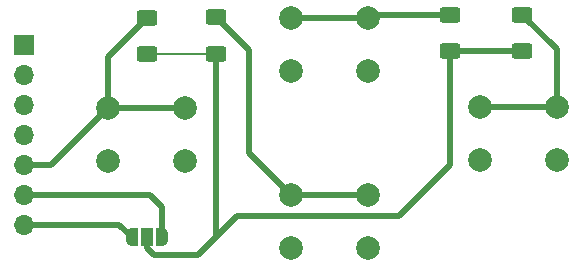
<source format=gbr>
%TF.GenerationSoftware,KiCad,Pcbnew,8.0.3*%
%TF.CreationDate,2024-06-12T19:29:14-06:00*%
%TF.ProjectId,CutMachine_PCB,4375744d-6163-4686-996e-655f5043422e,rev?*%
%TF.SameCoordinates,Original*%
%TF.FileFunction,Copper,L1,Top*%
%TF.FilePolarity,Positive*%
%FSLAX46Y46*%
G04 Gerber Fmt 4.6, Leading zero omitted, Abs format (unit mm)*
G04 Created by KiCad (PCBNEW 8.0.3) date 2024-06-12 19:29:14*
%MOMM*%
%LPD*%
G01*
G04 APERTURE LIST*
G04 Aperture macros list*
%AMRoundRect*
0 Rectangle with rounded corners*
0 $1 Rounding radius*
0 $2 $3 $4 $5 $6 $7 $8 $9 X,Y pos of 4 corners*
0 Add a 4 corners polygon primitive as box body*
4,1,4,$2,$3,$4,$5,$6,$7,$8,$9,$2,$3,0*
0 Add four circle primitives for the rounded corners*
1,1,$1+$1,$2,$3*
1,1,$1+$1,$4,$5*
1,1,$1+$1,$6,$7*
1,1,$1+$1,$8,$9*
0 Add four rect primitives between the rounded corners*
20,1,$1+$1,$2,$3,$4,$5,0*
20,1,$1+$1,$4,$5,$6,$7,0*
20,1,$1+$1,$6,$7,$8,$9,0*
20,1,$1+$1,$8,$9,$2,$3,0*%
%AMFreePoly0*
4,1,19,0.550000,-0.750000,0.000000,-0.750000,0.000000,-0.744911,-0.071157,-0.744911,-0.207708,-0.704816,-0.327430,-0.627875,-0.420627,-0.520320,-0.479746,-0.390866,-0.500000,-0.250000,-0.500000,0.250000,-0.479746,0.390866,-0.420627,0.520320,-0.327430,0.627875,-0.207708,0.704816,-0.071157,0.744911,0.000000,0.744911,0.000000,0.750000,0.550000,0.750000,0.550000,-0.750000,0.550000,-0.750000,
$1*%
%AMFreePoly1*
4,1,19,0.000000,0.744911,0.071157,0.744911,0.207708,0.704816,0.327430,0.627875,0.420627,0.520320,0.479746,0.390866,0.500000,0.250000,0.500000,-0.250000,0.479746,-0.390866,0.420627,-0.520320,0.327430,-0.627875,0.207708,-0.704816,0.071157,-0.744911,0.000000,-0.744911,0.000000,-0.750000,-0.550000,-0.750000,-0.550000,0.750000,0.000000,0.750000,0.000000,0.744911,0.000000,0.744911,
$1*%
G04 Aperture macros list end*
%TA.AperFunction,ComponentPad*%
%ADD10C,2.000000*%
%TD*%
%TA.AperFunction,SMDPad,CuDef*%
%ADD11RoundRect,0.250000X-0.625000X0.400000X-0.625000X-0.400000X0.625000X-0.400000X0.625000X0.400000X0*%
%TD*%
%TA.AperFunction,SMDPad,CuDef*%
%ADD12FreePoly0,0.000000*%
%TD*%
%TA.AperFunction,SMDPad,CuDef*%
%ADD13R,1.000000X1.500000*%
%TD*%
%TA.AperFunction,SMDPad,CuDef*%
%ADD14FreePoly1,0.000000*%
%TD*%
%TA.AperFunction,ComponentPad*%
%ADD15R,1.700000X1.700000*%
%TD*%
%TA.AperFunction,ComponentPad*%
%ADD16O,1.700000X1.700000*%
%TD*%
%TA.AperFunction,Conductor*%
%ADD17C,0.500000*%
%TD*%
%TA.AperFunction,Conductor*%
%ADD18C,0.200000*%
%TD*%
G04 APERTURE END LIST*
D10*
%TO.P,BACK,1,1*%
%TO.N,Net-(J2-Pin_5)*%
X86106000Y-96774000D03*
X92606000Y-96774000D03*
%TO.P,BACK,2,2*%
%TO.N,GND*%
X86106000Y-101274000D03*
X92606000Y-101274000D03*
%TD*%
%TO.P,SW3,1,1*%
%TO.N,Net-(J2-Pin_4)*%
X101600000Y-104140000D03*
X108100000Y-104140000D03*
%TO.P,SW3,2,2*%
%TO.N,GND*%
X101600000Y-108640000D03*
X108100000Y-108640000D03*
%TD*%
%TO.P,UP,1,1*%
%TO.N,Net-(J2-Pin_3)*%
X101600000Y-89154000D03*
X108100000Y-89154000D03*
%TO.P,UP,2,2*%
%TO.N,GND*%
X101600000Y-93654000D03*
X108100000Y-93654000D03*
%TD*%
%TO.P,SELECT,1,1*%
%TO.N,Net-(J2-Pin_2)*%
X117602000Y-96702000D03*
X124102000Y-96702000D03*
%TO.P,SELECT,2,2*%
%TO.N,GND*%
X117602000Y-101202000D03*
X124102000Y-101202000D03*
%TD*%
D11*
%TO.P,R4,1*%
%TO.N,Net-(J2-Pin_5)*%
X89408000Y-89154000D03*
%TO.P,R4,2*%
%TO.N,Net-(JP1-C)*%
X89408000Y-92254000D03*
%TD*%
%TO.P,R3,1*%
%TO.N,Net-(J2-Pin_4)*%
X95250000Y-89102000D03*
%TO.P,R3,2*%
%TO.N,Net-(JP1-C)*%
X95250000Y-92202000D03*
%TD*%
%TO.P,R2,1*%
%TO.N,Net-(J2-Pin_3)*%
X115062000Y-88900000D03*
%TO.P,R2,2*%
%TO.N,Net-(JP1-C)*%
X115062000Y-92000000D03*
%TD*%
%TO.P,R1,1*%
%TO.N,Net-(J2-Pin_2)*%
X121158000Y-88900000D03*
%TO.P,R1,2*%
%TO.N,Net-(JP1-C)*%
X121158000Y-92000000D03*
%TD*%
D12*
%TO.P,PULLUP VOLTAGE,1,A*%
%TO.N,+5V*%
X88108000Y-107696000D03*
D13*
%TO.P,PULLUP VOLTAGE,2,C*%
%TO.N,Net-(JP1-C)*%
X89408000Y-107696000D03*
D14*
%TO.P,PULLUP VOLTAGE,3,B*%
%TO.N,+3.3V*%
X90708000Y-107696000D03*
%TD*%
D15*
%TO.P,J2,1,Pin_1*%
%TO.N,GND*%
X78994000Y-91435000D03*
D16*
%TO.P,J2,2,Pin_2*%
%TO.N,Net-(J2-Pin_2)*%
X78994000Y-93975000D03*
%TO.P,J2,3,Pin_3*%
%TO.N,Net-(J2-Pin_3)*%
X78994000Y-96515000D03*
%TO.P,J2,4,Pin_4*%
%TO.N,Net-(J2-Pin_4)*%
X78994000Y-99055000D03*
%TO.P,J2,5,Pin_5*%
%TO.N,Net-(J2-Pin_5)*%
X78994000Y-101595000D03*
%TO.P,J2,6,Pin_6*%
%TO.N,+3.3V*%
X78994000Y-104135000D03*
%TO.P,J2,7,Pin_7*%
%TO.N,+5V*%
X78994000Y-106675000D03*
%TD*%
D17*
%TO.N,Net-(JP1-C)*%
X115062000Y-101600000D02*
X115062000Y-92000000D01*
X110744000Y-105918000D02*
X115062000Y-101600000D01*
X97028000Y-105918000D02*
X110744000Y-105918000D01*
X95250000Y-107696000D02*
X97028000Y-105918000D01*
X95250000Y-107696000D02*
X95250000Y-92202000D01*
X93726000Y-109220000D02*
X95250000Y-107696000D01*
X89408000Y-108646000D02*
X89982000Y-109220000D01*
X89982000Y-109220000D02*
X93726000Y-109220000D01*
X89408000Y-107696000D02*
X89408000Y-108646000D01*
%TO.N,+5V*%
X78994000Y-106675000D02*
X87087000Y-106675000D01*
X87087000Y-106675000D02*
X88108000Y-107696000D01*
%TO.N,+3.3V*%
X89657000Y-104135000D02*
X78994000Y-104135000D01*
X90708000Y-105186000D02*
X89657000Y-104135000D01*
X90708000Y-107696000D02*
X90708000Y-105186000D01*
%TO.N,Net-(J2-Pin_5)*%
X81285000Y-101595000D02*
X86106000Y-96774000D01*
X78994000Y-101595000D02*
X81285000Y-101595000D01*
%TO.N,Net-(J2-Pin_4)*%
X98044000Y-100584000D02*
X101600000Y-104140000D01*
X98044000Y-91896000D02*
X98044000Y-100584000D01*
X95250000Y-89102000D02*
X98044000Y-91896000D01*
%TO.N,Net-(J2-Pin_2)*%
X124102000Y-91844000D02*
X121158000Y-88900000D01*
X124102000Y-96702000D02*
X124102000Y-91844000D01*
%TO.N,Net-(J2-Pin_5)*%
X86106000Y-96774000D02*
X86106000Y-92456000D01*
X86106000Y-92456000D02*
X89408000Y-89154000D01*
%TO.N,Net-(J2-Pin_3)*%
X108458000Y-88900000D02*
X115062000Y-88900000D01*
D18*
X108204000Y-89154000D02*
X108458000Y-88900000D01*
X108100000Y-89154000D02*
X108204000Y-89154000D01*
D17*
%TO.N,Net-(JP1-C)*%
X115062000Y-92000000D02*
X121158000Y-92000000D01*
D18*
X95198000Y-92254000D02*
X95250000Y-92202000D01*
X89408000Y-92254000D02*
X95198000Y-92254000D01*
D17*
%TO.N,Net-(J2-Pin_4)*%
X101600000Y-104140000D02*
X108100000Y-104140000D01*
%TO.N,Net-(J2-Pin_2)*%
X117602000Y-96702000D02*
X124102000Y-96702000D01*
%TO.N,Net-(J2-Pin_3)*%
X101600000Y-89154000D02*
X108100000Y-89154000D01*
%TO.N,Net-(J2-Pin_5)*%
X86106000Y-96774000D02*
X92606000Y-96774000D01*
%TD*%
M02*

</source>
